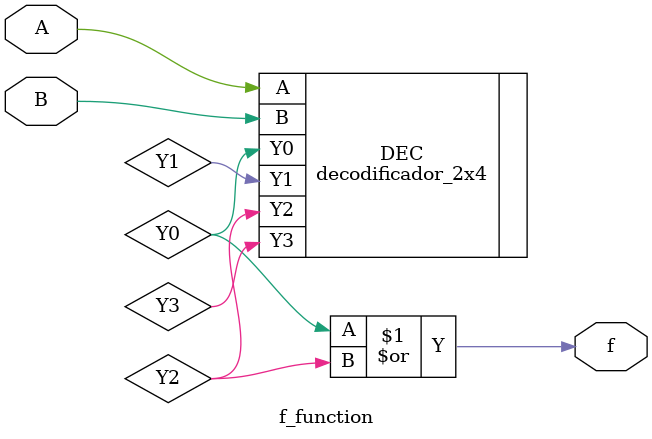
<source format=v>
/*
Program: CI Digital T2/2025
Class: Introdução à Verilog  
Class-ID: SD122
Advisor: Felipe Rocha 
Advisor-Contact: felipef.rocha@inatel.br
Institute: INATEL - Santa Rita do Sapucaí / MG  
Development: André Bezerra 
Student-Contact: andrefrbezerra@gmail.com
Task-ID: A-107-1
Type: Laboratory
Data: octuber, 17 2025
*/

`timescale 1 ns / 1 ps;
module f_function (
    input A, B,
    output f
);
    wire Y0, Y1, Y2, Y3;

    decodificador_2x4 DEC (
        .A(A), .B(B),
        .Y0(Y0), .Y1(Y1), .Y2(Y2), .Y3(Y3)
    );

    assign f = Y0 | Y2; // f(A,B) = ~B & (~A + A) -> B'(1) -> ~B  

endmodule

</source>
